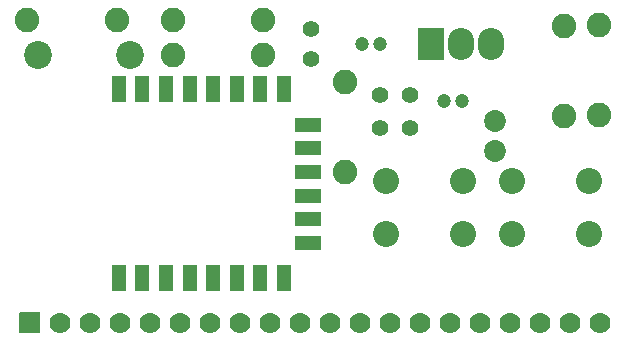
<source format=gbs>
G04 Layer: BottomSolderMaskLayer*
G04 EasyEDA v6.5.48, 2025-03-08 11:52:12*
G04 30e90ac5d70944fe866dc529022a22e9,369c048249c94b259d5cf78f180de413,10*
G04 Gerber Generator version 0.2*
G04 Scale: 100 percent, Rotated: No, Reflected: No *
G04 Dimensions in millimeters *
G04 leading zeros omitted , absolute positions ,4 integer and 5 decimal *
%FSLAX45Y45*%
%MOMM*%

%AMMACRO1*4,1,8,-0.5425,-1.1024,-0.602,-1.0428,-0.602,1.0428,-0.5425,1.1024,0.5424,1.1024,0.602,1.0428,0.602,-1.0428,0.5424,-1.1024,-0.5425,-1.1024,0*%
%AMMACRO2*4,1,8,-0.5412,-1.1024,-0.6007,-1.0428,-0.6007,1.0428,-0.5412,1.1024,0.5412,1.1024,0.6007,1.0428,0.6007,-1.0428,0.5412,-1.1024,-0.5412,-1.1024,0*%
%AMMACRO3*4,1,8,-1.0428,-0.6007,-1.1024,-0.5412,-1.1024,0.5412,-1.0428,0.6007,1.0428,0.6007,1.1024,0.5412,1.1024,-0.5412,1.0428,-0.6007,-1.0428,-0.6007,0*%
%AMMACRO4*4,1,8,-1.0416,-0.602,-1.1011,-0.5424,-1.1011,0.5425,-1.0416,0.602,1.0416,0.602,1.1011,0.5425,1.1011,-0.5424,1.0416,-0.602,-1.0416,-0.602,0*%
%AMMACRO5*4,1,8,-0.5425,-1.1011,-0.602,-1.0416,-0.602,1.0416,-0.5425,1.1011,0.5424,1.1011,0.602,1.0416,0.602,-1.0416,0.5424,-1.1011,-0.5425,-1.1011,0*%
%AMMACRO6*4,1,8,-0.5412,-1.1011,-0.6007,-1.0416,-0.6007,1.0416,-0.5412,1.1011,0.5412,1.1011,0.6007,1.0416,0.6007,-1.0416,0.5412,-1.1011,-0.5412,-1.1011,0*%
%AMMACRO7*4,1,8,-1.0428,-1.3513,-1.1024,-1.2917,-1.1024,1.2918,-1.0428,1.3513,1.0428,1.3513,1.1024,1.2918,1.1024,-1.2917,1.0428,-1.3513,-1.0428,-1.3513,0*%
%AMMACRO8*4,1,8,-0.8295,-0.889,-0.889,-0.8295,-0.889,0.8295,-0.8295,0.889,0.8295,0.889,0.889,0.8295,0.889,-0.8295,0.8295,-0.889,-0.8295,-0.889,0*%
%ADD10MACRO1*%
%ADD11MACRO2*%
%ADD12MACRO3*%
%ADD13MACRO4*%
%ADD14MACRO5*%
%ADD15MACRO6*%
%ADD16C,2.2032*%
%ADD17C,2.0828*%
%ADD18C,1.8542*%
%ADD19C,1.3970*%
%ADD20C,2.3622*%
%ADD21MACRO7*%
%ADD22O,2.2031959999999997X2.7031949999999996*%
%ADD23C,1.2032*%
%ADD24C,1.7780*%
%ADD25MACRO8*%

%LPD*%
D10*
G01*
X3149600Y-2781300D03*
D11*
G01*
X3349625Y-2781300D03*
D10*
G01*
X3549650Y-2781300D03*
G01*
X3749547Y-2781300D03*
G01*
X3949700Y-2781300D03*
G01*
X4149597Y-2781300D03*
G01*
X4349495Y-2781300D03*
G01*
X4549647Y-2781300D03*
D12*
G01*
X4749800Y-3081400D03*
D13*
G01*
X4749672Y-3281172D03*
G01*
X4749672Y-3481069D03*
G01*
X4749672Y-3681222D03*
G01*
X4749672Y-3881119D03*
G01*
X4749672Y-4081018D03*
D10*
G01*
X4550156Y-4381246D03*
D14*
G01*
X4349750Y-4381372D03*
D15*
G01*
X4149979Y-4381627D03*
D10*
G01*
X3949954Y-4381500D03*
D15*
G01*
X3749929Y-4381372D03*
D10*
G01*
X3549904Y-4381500D03*
D11*
G01*
X3349879Y-4381500D03*
D10*
G01*
X3149854Y-4381500D03*
D16*
G01*
X6065393Y-3559606D03*
G01*
X5415406Y-3559606D03*
G01*
X5415406Y-4009593D03*
G01*
X6065393Y-4009593D03*
G01*
X6482206Y-4009593D03*
G01*
X7132193Y-4009593D03*
G01*
X7132193Y-3559606D03*
G01*
X6482206Y-3559606D03*
D17*
G01*
X6921500Y-3009900D03*
G01*
X6921500Y-2247900D03*
D18*
G01*
X6337300Y-3302000D03*
G01*
X6337300Y-3048000D03*
D19*
G01*
X5613400Y-3111500D03*
G01*
X5359400Y-3111500D03*
D17*
G01*
X3136900Y-2197100D03*
G01*
X2374900Y-2197100D03*
G01*
X3606800Y-2489200D03*
G01*
X4368800Y-2489200D03*
G01*
X5067300Y-3479800D03*
G01*
X5067300Y-2717800D03*
G01*
X7213600Y-2997200D03*
G01*
X7213600Y-2235200D03*
G01*
X4368800Y-2197100D03*
G01*
X3606800Y-2197100D03*
D19*
G01*
X4775200Y-2527300D03*
G01*
X4775200Y-2273300D03*
D20*
G01*
X2470150Y-2489200D03*
G01*
X3244850Y-2489200D03*
D21*
G01*
X5791200Y-2400300D03*
D22*
G01*
X6299200Y-2400300D03*
G01*
X6045200Y-2400300D03*
D23*
G01*
X5208143Y-2400300D03*
G01*
X5358256Y-2400300D03*
D19*
G01*
X5613400Y-2832100D03*
G01*
X5359400Y-2832100D03*
D23*
G01*
X6056756Y-2882900D03*
G01*
X5906643Y-2882900D03*
D24*
G01*
X7226300Y-4762500D03*
G01*
X6972300Y-4762500D03*
G01*
X6718300Y-4762500D03*
G01*
X6464300Y-4762500D03*
G01*
X6210300Y-4762500D03*
G01*
X5956300Y-4762500D03*
G01*
X5702300Y-4762500D03*
G01*
X5448300Y-4762500D03*
G01*
X5194300Y-4762500D03*
G01*
X4940300Y-4762500D03*
G01*
X4686300Y-4762500D03*
G01*
X4432300Y-4762500D03*
G01*
X4178300Y-4762500D03*
G01*
X3924300Y-4762500D03*
G01*
X3670300Y-4762500D03*
G01*
X3416300Y-4762500D03*
G01*
X3162300Y-4762500D03*
G01*
X2908300Y-4762500D03*
G01*
X2654300Y-4762500D03*
D25*
G01*
X2400300Y-4762500D03*
M02*

</source>
